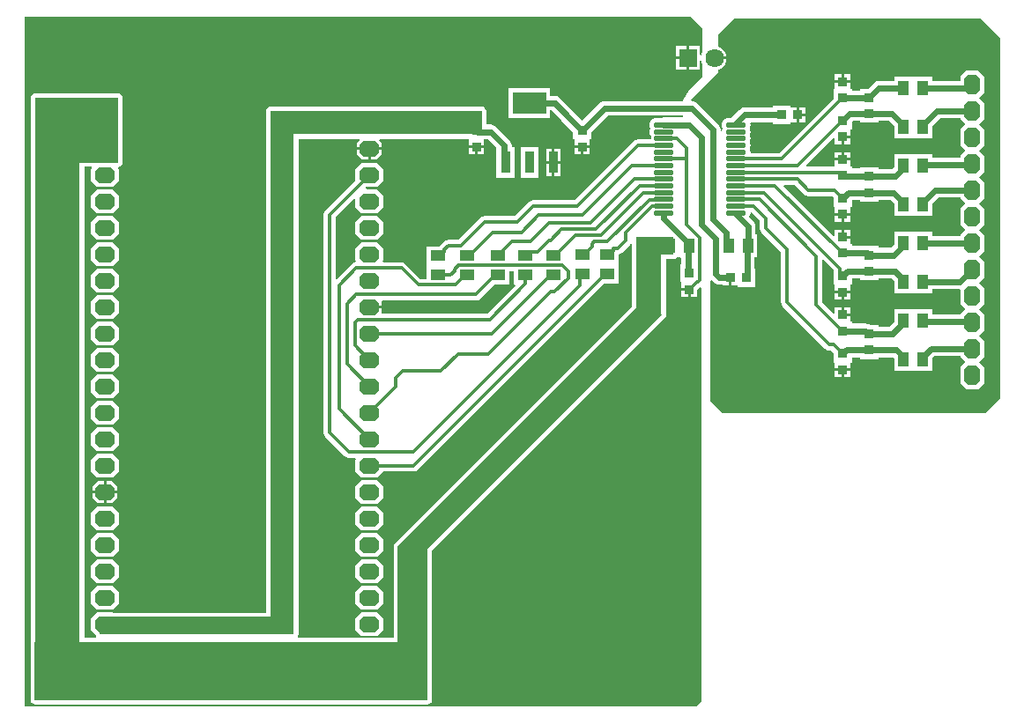
<source format=gtl>
G04*
G04 #@! TF.GenerationSoftware,Altium Limited,Altium Designer,20.0.13 (296)*
G04*
G04 Layer_Physical_Order=1*
G04 Layer_Color=255*
%FSLAX25Y25*%
%MOIN*%
G70*
G01*
G75*
%ADD14R,0.05591X0.03937*%
%ADD15R,0.03819X0.03622*%
%ADD16R,0.03937X0.05591*%
%ADD17R,0.03622X0.03819*%
%ADD18O,0.07677X0.01968*%
%ADD19R,0.03543X0.08268*%
%ADD20R,0.12598X0.08268*%
%ADD34C,0.01260*%
%ADD35C,0.01181*%
%ADD36C,0.02362*%
%ADD37R,0.80000X0.09000*%
%ADD38R,0.14000X0.07000*%
%ADD39R,0.11181X0.44561*%
G04:AMPARAMS|DCode=40|XSize=1326.67mil|YSize=85mil|CornerRadius=0mil|HoleSize=0mil|Usage=FLASHONLY|Rotation=45.000|XOffset=0mil|YOffset=0mil|HoleType=Round|Shape=Rectangle|*
%AMROTATEDRECTD40*
4,1,4,-0.43900,-0.49910,-0.49910,-0.43900,0.43900,0.49910,0.49910,0.43900,-0.43900,-0.49910,0.0*
%
%ADD40ROTATEDRECTD40*%

%ADD41R,0.09500X0.29500*%
%ADD42R,1.48500X0.22000*%
%ADD43R,0.17000X2.14500*%
%ADD44R,0.24000X0.24500*%
%ADD45R,0.73500X0.06500*%
%ADD46R,0.09000X1.98000*%
%ADD47C,0.06000*%
%ADD48C,0.07028*%
%ADD49R,0.07028X0.07028*%
%ADD50R,0.06142X0.06142*%
G04:AMPARAMS|DCode=51|XSize=74.8mil|YSize=61.42mil|CornerRadius=0mil|HoleSize=0mil|Usage=FLASHONLY|Rotation=0.000|XOffset=0mil|YOffset=0mil|HoleType=Round|Shape=Octagon|*
%AMOCTAGOND51*
4,1,8,0.03740,-0.01535,0.03740,0.01535,0.02205,0.03071,-0.02205,0.03071,-0.03740,0.01535,-0.03740,-0.01535,-0.02205,-0.03071,0.02205,-0.03071,0.03740,-0.01535,0.0*
%
%ADD51OCTAGOND51*%

G04:AMPARAMS|DCode=52|XSize=74.8mil|YSize=59.06mil|CornerRadius=0mil|HoleSize=0mil|Usage=FLASHONLY|Rotation=90.000|XOffset=0mil|YOffset=0mil|HoleType=Round|Shape=Octagon|*
%AMOCTAGOND52*
4,1,8,0.01476,0.03740,-0.01476,0.03740,-0.02953,0.02264,-0.02953,-0.02264,-0.01476,-0.03740,0.01476,-0.03740,0.02953,-0.02264,0.02953,0.02264,0.01476,0.03740,0.0*
%
%ADD52OCTAGOND52*%

G36*
X262000Y260000D02*
Y251433D01*
X261542Y250328D01*
X261514Y250111D01*
X261014Y250144D01*
Y253514D01*
X257000D01*
Y249000D01*
Y244486D01*
X261014D01*
Y247856D01*
X261514Y247889D01*
X261542Y247672D01*
X262000Y246567D01*
Y242000D01*
X257000Y237000D01*
X254500Y233000D01*
Y232780D01*
X225047D01*
X224328Y232685D01*
X223657Y232407D01*
X223082Y231965D01*
X216500Y225384D01*
X213231Y228653D01*
X212907Y229076D01*
X208076Y233906D01*
X207500Y234348D01*
X206830Y234626D01*
X206110Y234720D01*
X204374D01*
Y237649D01*
X188626D01*
Y226232D01*
X204374D01*
Y229161D01*
X204959D01*
X208651Y225469D01*
X208976Y225046D01*
X213016Y221006D01*
Y218165D01*
X213591D01*
Y215949D01*
X216500D01*
X219409D01*
Y218165D01*
X219984D01*
Y221006D01*
X226199Y227220D01*
X254500D01*
Y226473D01*
X247319D01*
X246600Y226378D01*
X246349Y226274D01*
X244465D01*
X243796Y226186D01*
X243174Y225928D01*
X242639Y225518D01*
X242229Y224984D01*
X241971Y224361D01*
X241883Y223693D01*
X241971Y223025D01*
X242225Y222413D01*
X241971Y221802D01*
X241883Y221134D01*
X241971Y220466D01*
X242229Y219843D01*
X242601Y219358D01*
X242596Y219349D01*
X242442Y218575D01*
X242186Y218264D01*
X237516D01*
X236655Y218092D01*
X235926Y217605D01*
X213569Y195248D01*
X198000D01*
X197140Y195077D01*
X196411Y194589D01*
X191069Y189248D01*
X179500D01*
X178640Y189077D01*
X177910Y188590D01*
X169561Y180240D01*
X165811D01*
X164951Y180069D01*
X164222Y179582D01*
X162714Y178074D01*
X162480Y177724D01*
X157630D01*
Y170638D01*
X157630D01*
Y170362D01*
X157630D01*
Y165468D01*
X155383D01*
X149766Y171086D01*
X149036Y171573D01*
X148176Y171744D01*
X141240D01*
X141048Y172206D01*
X141315Y172473D01*
Y177118D01*
X138992Y179441D01*
X133008D01*
X130685Y177118D01*
Y172473D01*
X130929Y172228D01*
X130754Y171696D01*
X130136Y171573D01*
X129407Y171086D01*
X123710Y165389D01*
X123248Y165580D01*
Y188864D01*
X130223Y195839D01*
X130685Y195648D01*
Y192473D01*
X133008Y190150D01*
X138992D01*
X141315Y192473D01*
Y197118D01*
X138992Y199441D01*
X134778D01*
X134532Y199941D01*
X134693Y200150D01*
X138992D01*
X141315Y202472D01*
Y207118D01*
X138992Y209441D01*
X133008D01*
X130685Y207118D01*
Y202659D01*
X119411Y191385D01*
X118923Y190656D01*
X118752Y189795D01*
Y107238D01*
X118923Y106378D01*
X119411Y105649D01*
X126648Y98410D01*
X127378Y97923D01*
X128238Y97752D01*
X130666D01*
X130857Y97290D01*
X130685Y97118D01*
Y92472D01*
X133008Y90150D01*
X138992D01*
X141315Y92472D01*
Y92547D01*
X152650D01*
X153510Y92718D01*
X154239Y93206D01*
X224809Y163776D01*
X230370D01*
Y170862D01*
X230370D01*
Y171138D01*
X230370D01*
Y174734D01*
X230746Y174809D01*
X231475Y175296D01*
X234590Y178410D01*
X234894Y178867D01*
X235394Y178715D01*
Y174500D01*
Y154908D01*
X145683Y65197D01*
X145335Y64676D01*
X145213Y64061D01*
X145213Y64061D01*
Y29606D01*
X109064D01*
X108796Y30106D01*
X108983Y30386D01*
X109106Y31000D01*
Y37500D01*
Y218394D01*
X132170D01*
X132362Y217932D01*
X131260Y216831D01*
Y215295D01*
X140740D01*
Y216831D01*
X139638Y217932D01*
X139830Y218394D01*
X173016D01*
Y218165D01*
X173591D01*
Y215949D01*
X176500D01*
X179409D01*
Y218165D01*
X179984D01*
Y218268D01*
X180801D01*
X184098Y214971D01*
Y203791D01*
X190791D01*
Y215209D01*
X189780D01*
Y216000D01*
X189685Y216719D01*
X189407Y217390D01*
X188965Y217966D01*
X183918Y223013D01*
X183343Y223454D01*
X182672Y223732D01*
X181953Y223827D01*
X180106D01*
Y229000D01*
X179983Y229614D01*
X179635Y230135D01*
X179114Y230483D01*
X178500Y230606D01*
X98500D01*
X97886Y230483D01*
X97365Y230135D01*
X97017Y229614D01*
X96894Y229000D01*
Y220000D01*
Y39106D01*
X39327D01*
X38992Y39441D01*
X33008D01*
X30685Y37118D01*
Y32472D01*
X32453Y30704D01*
X32517Y30386D01*
X32704Y30106D01*
X32436Y29606D01*
X28106D01*
Y207894D01*
X30808D01*
X30999Y207432D01*
X30685Y207118D01*
Y202472D01*
X33008Y200150D01*
X38992D01*
X41315Y202472D01*
Y207118D01*
X41012Y207421D01*
X41205Y207935D01*
X41614Y208017D01*
X42135Y208365D01*
X42483Y208886D01*
X42606Y209500D01*
Y234000D01*
X42483Y234614D01*
X42135Y235135D01*
X41614Y235483D01*
X41000Y235606D01*
X9500D01*
X8885Y235483D01*
X8365Y235135D01*
X8017Y234614D01*
X7894Y234000D01*
Y28000D01*
Y19500D01*
Y6000D01*
X8017Y5385D01*
X8365Y4865D01*
X8885Y4517D01*
X9500Y4394D01*
X158000D01*
X158615Y4517D01*
X159135Y4865D01*
X159483Y5385D01*
X159606Y6000D01*
Y28000D01*
Y62557D01*
X247775Y150725D01*
X248123Y151247D01*
X248245Y151861D01*
X248123Y152475D01*
X248106Y152501D01*
Y172894D01*
X251000D01*
X251614Y173017D01*
X252135Y173365D01*
X252284Y173587D01*
X253008D01*
X253008Y173587D01*
X253284D01*
Y173587D01*
X253448Y173587D01*
X253948Y173441D01*
Y170937D01*
X253516D01*
Y164165D01*
X254090D01*
Y161949D01*
X257000D01*
Y161449D01*
X257500D01*
Y158638D01*
X259910D01*
Y161138D01*
X261000Y162228D01*
X261163Y162204D01*
X261500Y161976D01*
Y5500D01*
X259500Y3500D01*
X5500Y3500D01*
Y264500D01*
X257500D01*
X262000Y260000D01*
D02*
G37*
G36*
X359472Y225949D02*
X361421Y224000D01*
X359472Y222051D01*
Y215949D01*
X361421Y214000D01*
X359472Y212051D01*
Y211387D01*
X348905D01*
Y212584D01*
X342043D01*
X341681Y212584D01*
X341319Y212584D01*
X334457D01*
Y207775D01*
X333701Y207020D01*
X328484D01*
Y207626D01*
X321516D01*
Y207175D01*
X318484D01*
Y207936D01*
X317910D01*
Y210153D01*
X315000D01*
Y210653D01*
D01*
Y210153D01*
X312090D01*
Y207979D01*
X301304D01*
X301113Y208441D01*
X311629Y218957D01*
X312090Y218765D01*
Y216439D01*
X314500D01*
Y219250D01*
X315000D01*
Y219750D01*
X317910D01*
Y221966D01*
X318484D01*
Y224807D01*
X318847Y225169D01*
X321516D01*
Y224563D01*
X328484D01*
Y225169D01*
X332584D01*
X334457Y223296D01*
Y218487D01*
X341319D01*
X341681Y218487D01*
X342043Y218487D01*
X348905D01*
Y223296D01*
X351830Y226220D01*
X359472D01*
Y225949D01*
D02*
G37*
G36*
X300439Y197439D02*
X301155Y196960D01*
X302000Y196792D01*
X310941D01*
X311516Y196217D01*
Y192568D01*
X312090D01*
Y190351D01*
X315000D01*
X317910D01*
Y192568D01*
X318484D01*
Y195358D01*
X321516D01*
Y194752D01*
X328484D01*
Y195358D01*
X333109D01*
X334457Y194010D01*
Y189201D01*
X341319D01*
X341681Y189201D01*
X342043Y189201D01*
X348905D01*
Y194010D01*
X351115Y196220D01*
X359472D01*
Y195949D01*
X361421Y194000D01*
X359472Y192051D01*
Y185949D01*
X361421Y184000D01*
X359472Y182051D01*
Y181744D01*
X348905D01*
Y183299D01*
X342043D01*
X341681Y183299D01*
X341319Y183299D01*
X334457D01*
Y178489D01*
X333176Y177209D01*
X328484D01*
Y177815D01*
X324951D01*
X324898Y177837D01*
X324179Y177932D01*
X318484D01*
Y178538D01*
X317910D01*
Y180754D01*
X315000D01*
Y181254D01*
X314500D01*
Y184065D01*
X312090D01*
Y181739D01*
X311629Y181547D01*
X292641Y200535D01*
X292832Y200997D01*
X296881D01*
X300439Y197439D01*
D02*
G37*
G36*
X190630Y163276D02*
X190943D01*
X191135Y162814D01*
X180663Y152342D01*
X140939D01*
X140740Y152771D01*
Y154295D01*
X136000D01*
Y155295D01*
X140740D01*
Y156831D01*
X140913Y157248D01*
X176350D01*
X177211Y157419D01*
X177940Y157907D01*
X183309Y163276D01*
X188870D01*
Y168335D01*
X190630D01*
Y163276D01*
D02*
G37*
G36*
X311516Y168862D02*
Y163170D01*
X312090D01*
Y160953D01*
X315000D01*
X317910D01*
Y163170D01*
X318484D01*
Y165548D01*
X321516D01*
Y164941D01*
X328484D01*
Y165548D01*
X333634D01*
X334457Y164725D01*
Y159916D01*
X341319D01*
X341681Y159916D01*
X342043Y159916D01*
X348905D01*
Y161506D01*
X359286D01*
X359472Y161342D01*
Y155949D01*
X361421Y154000D01*
X359522Y152101D01*
X348905D01*
Y154013D01*
X342043D01*
X341681Y154013D01*
X341319Y154013D01*
X334457D01*
Y149204D01*
X332651Y147398D01*
X328484D01*
Y148004D01*
X325360D01*
X325156Y148161D01*
X324486Y148439D01*
X323766Y148533D01*
X318484D01*
Y149140D01*
X317910D01*
Y151356D01*
X315000D01*
Y151856D01*
X314500D01*
Y154667D01*
X312090D01*
Y152340D01*
X311629Y152149D01*
X307208Y156570D01*
Y172517D01*
X307670Y172708D01*
X311516Y168862D01*
D02*
G37*
G36*
X374500Y256500D02*
Y120000D01*
X369000Y114500D01*
X269500D01*
X265000Y119000D01*
Y164746D01*
X265500Y164953D01*
X266418Y164034D01*
X266994Y163593D01*
X267664Y163315D01*
X268384Y163220D01*
X269667D01*
Y162936D01*
X271978D01*
Y165846D01*
X272978D01*
Y162936D01*
X275195D01*
Y162361D01*
X281966D01*
Y169330D01*
X281675D01*
Y173630D01*
X282754D01*
Y182370D01*
X281990D01*
Y185290D01*
X281895Y186009D01*
X281618Y186679D01*
X281176Y187255D01*
X279565Y188866D01*
X279771Y189135D01*
X280029Y189757D01*
X280117Y190425D01*
X280174Y190491D01*
X280757Y190536D01*
X283750Y187543D01*
Y184562D01*
X283918Y183717D01*
X284397Y183001D01*
X291635Y175762D01*
Y156657D01*
X291803Y155812D01*
X292282Y155096D01*
X308439Y138939D01*
X309155Y138460D01*
X310000Y138292D01*
X310644D01*
X311516Y137421D01*
Y133771D01*
X312090D01*
Y131555D01*
X315000D01*
X317910D01*
Y133771D01*
X318484D01*
Y135737D01*
X321516D01*
Y135131D01*
X328484D01*
Y135737D01*
X334159D01*
X334457Y135439D01*
Y130630D01*
X341319D01*
X341681Y130630D01*
X342043Y130630D01*
X348905D01*
Y135439D01*
X349687Y136220D01*
X359472D01*
Y135949D01*
X361421Y134000D01*
X359472Y132051D01*
Y125949D01*
X361736Y123685D01*
X366264D01*
X368528Y125949D01*
Y132051D01*
X366579Y134000D01*
X368528Y135949D01*
Y142051D01*
X366579Y144000D01*
X368528Y145949D01*
Y152051D01*
X366579Y154000D01*
X368528Y155949D01*
Y162051D01*
X366579Y164000D01*
X368528Y165949D01*
Y172051D01*
X366579Y174000D01*
X368528Y175949D01*
Y182051D01*
X366579Y184000D01*
X368528Y185949D01*
Y192051D01*
X366579Y194000D01*
X368528Y195949D01*
Y202051D01*
X366579Y204000D01*
X368528Y205949D01*
Y212051D01*
X366579Y214000D01*
X368528Y215949D01*
Y222051D01*
X366579Y224000D01*
X368528Y225949D01*
Y232051D01*
X366579Y234000D01*
X368528Y235949D01*
Y242051D01*
X366264Y244315D01*
X361736D01*
X359472Y242051D01*
Y240280D01*
X348905D01*
Y241870D01*
X342043D01*
X341543Y241870D01*
X341319Y241870D01*
X334457D01*
Y240280D01*
X328547D01*
X327828Y240185D01*
X327157Y239907D01*
X326582Y239465D01*
X324553Y237437D01*
X321516D01*
Y236780D01*
X318484D01*
Y237335D01*
X317910D01*
Y239551D01*
X315000D01*
X312090D01*
Y237335D01*
X311516D01*
Y233685D01*
X290936Y213105D01*
X280425D01*
X280117Y213457D01*
X280029Y214125D01*
X279775Y214736D01*
X280029Y215348D01*
X280117Y216016D01*
X280029Y216684D01*
X279775Y217295D01*
X280029Y217907D01*
X280117Y218575D01*
X280029Y219243D01*
X279775Y219854D01*
X280029Y220466D01*
X280117Y221134D01*
X280029Y221802D01*
X279775Y222413D01*
X280029Y223025D01*
X280117Y223693D01*
X280047Y224220D01*
X280354Y224720D01*
X288563D01*
Y224016D01*
X295335D01*
Y224590D01*
X297551D01*
Y227500D01*
Y230410D01*
X295335D01*
Y230984D01*
X288563D01*
Y230280D01*
X277882D01*
X277162Y230185D01*
X276492Y229907D01*
X275916Y229466D01*
X272725Y226274D01*
X271827D01*
X271159Y226186D01*
X270536Y225928D01*
X270002Y225518D01*
X269591Y224984D01*
X269334Y224361D01*
X269246Y223693D01*
X269334Y223025D01*
X269587Y222413D01*
X269334Y221802D01*
X269280Y221392D01*
X268780Y221425D01*
Y222000D01*
X268685Y222719D01*
X268407Y223390D01*
X267966Y223966D01*
X259965Y231965D01*
X259390Y232407D01*
X258719Y232685D01*
X258000Y232780D01*
X257933D01*
X257742Y233242D01*
X268000Y243500D01*
Y244736D01*
X268776Y245057D01*
X269719Y245781D01*
X270443Y246724D01*
X270898Y247822D01*
X270987Y248500D01*
X266500D01*
Y249500D01*
X270987D01*
X270898Y250178D01*
X270443Y251276D01*
X269719Y252219D01*
X268776Y252943D01*
X268000Y253264D01*
Y258000D01*
X274000Y264000D01*
X367000D01*
X374500Y256500D01*
D02*
G37*
%LPC*%
G36*
X256000Y253514D02*
X251986D01*
Y249500D01*
X256000D01*
Y253514D01*
D02*
G37*
G36*
Y248500D02*
X251986D01*
Y244486D01*
X256000D01*
Y248500D01*
D02*
G37*
G36*
X219409Y214949D02*
X217000D01*
Y212638D01*
X219409D01*
Y214949D01*
D02*
G37*
G36*
X216000D02*
X213591D01*
Y212638D01*
X216000D01*
Y214949D01*
D02*
G37*
G36*
X179409D02*
X177000D01*
Y212638D01*
X179409D01*
Y214949D01*
D02*
G37*
G36*
X176000D02*
X173591D01*
Y212638D01*
X176000D01*
Y214949D01*
D02*
G37*
G36*
X140740Y214295D02*
X136500D01*
Y210724D01*
X138705D01*
X140740Y212760D01*
Y214295D01*
D02*
G37*
G36*
X135500D02*
X131260D01*
Y212760D01*
X133295Y210724D01*
X135500D01*
Y214295D01*
D02*
G37*
G36*
X208327Y214634D02*
X206055D01*
Y210000D01*
X208327D01*
Y214634D01*
D02*
G37*
G36*
X205055D02*
X202783D01*
Y210000D01*
X205055D01*
Y214634D01*
D02*
G37*
G36*
X208327Y209000D02*
X206055D01*
Y204366D01*
X208327D01*
Y209000D01*
D02*
G37*
G36*
X205055D02*
X202783D01*
Y204366D01*
X205055D01*
Y209000D01*
D02*
G37*
G36*
X199846Y215209D02*
X193154D01*
Y203791D01*
X199846D01*
Y215209D01*
D02*
G37*
G36*
X38992Y199441D02*
X33008D01*
X30685Y197118D01*
Y192473D01*
X33008Y190150D01*
X38992D01*
X41315Y192473D01*
Y197118D01*
X38992Y199441D01*
D02*
G37*
G36*
X138992Y189441D02*
X133008D01*
X130685Y187118D01*
Y182473D01*
X133008Y180150D01*
X138992D01*
X141315Y182473D01*
Y187118D01*
X138992Y189441D01*
D02*
G37*
G36*
X38992D02*
X33008D01*
X30685Y187118D01*
Y182473D01*
X33008Y180150D01*
X38992D01*
X41315Y182473D01*
Y187118D01*
X38992Y189441D01*
D02*
G37*
G36*
Y179441D02*
X33008D01*
X30685Y177118D01*
Y172473D01*
X33008Y170150D01*
X38992D01*
X41315Y172473D01*
Y177118D01*
X38992Y179441D01*
D02*
G37*
G36*
Y169441D02*
X33008D01*
X30685Y167118D01*
Y162472D01*
X33008Y160150D01*
X38992D01*
X41315Y162472D01*
Y167118D01*
X38992Y169441D01*
D02*
G37*
G36*
X256500Y160949D02*
X254090D01*
Y158638D01*
X256500D01*
Y160949D01*
D02*
G37*
G36*
X38992Y159441D02*
X33008D01*
X30685Y157118D01*
Y152472D01*
X33008Y150150D01*
X38992D01*
X41315Y152472D01*
Y157118D01*
X38992Y159441D01*
D02*
G37*
G36*
Y149441D02*
X33008D01*
X30685Y147118D01*
Y142473D01*
X33008Y140150D01*
X38992D01*
X41315Y142473D01*
Y147118D01*
X38992Y149441D01*
D02*
G37*
G36*
Y139441D02*
X33008D01*
X30685Y137118D01*
Y132473D01*
X33008Y130150D01*
X38992D01*
X41315Y132473D01*
Y137118D01*
X38992Y139441D01*
D02*
G37*
G36*
Y129441D02*
X33008D01*
X30685Y127118D01*
Y122473D01*
X33008Y120150D01*
X38992D01*
X41315Y122473D01*
Y127118D01*
X38992Y129441D01*
D02*
G37*
G36*
Y119441D02*
X33008D01*
X30685Y117118D01*
Y112472D01*
X33008Y110150D01*
X38992D01*
X41315Y112472D01*
Y117118D01*
X38992Y119441D01*
D02*
G37*
G36*
Y109441D02*
X33008D01*
X30685Y107118D01*
Y102472D01*
X33008Y100150D01*
X38992D01*
X41315Y102472D01*
Y107118D01*
X38992Y109441D01*
D02*
G37*
G36*
Y99441D02*
X33008D01*
X30685Y97118D01*
Y92472D01*
X33008Y90150D01*
X38992D01*
X41315Y92472D01*
Y97118D01*
X38992Y99441D01*
D02*
G37*
G36*
X38705Y88866D02*
X36500D01*
Y85295D01*
X40740D01*
Y86831D01*
X38705Y88866D01*
D02*
G37*
G36*
X35500D02*
X33295D01*
X31260Y86831D01*
Y85295D01*
X35500D01*
Y88866D01*
D02*
G37*
G36*
X40740Y84295D02*
X36500D01*
Y80724D01*
X38705D01*
X40740Y82760D01*
Y84295D01*
D02*
G37*
G36*
X35500D02*
X31260D01*
Y82760D01*
X33295Y80724D01*
X35500D01*
Y84295D01*
D02*
G37*
G36*
X138992Y89441D02*
X133008D01*
X130685Y87118D01*
Y82472D01*
X133008Y80150D01*
X138992D01*
X141315Y82472D01*
Y87118D01*
X138992Y89441D01*
D02*
G37*
G36*
Y79441D02*
X133008D01*
X130685Y77118D01*
Y72473D01*
X133008Y70150D01*
X138992D01*
X141315Y72473D01*
Y77118D01*
X138992Y79441D01*
D02*
G37*
G36*
X38992D02*
X33008D01*
X30685Y77118D01*
Y72473D01*
X33008Y70150D01*
X38992D01*
X41315Y72473D01*
Y77118D01*
X38992Y79441D01*
D02*
G37*
G36*
X138992Y69441D02*
X133008D01*
X130685Y67118D01*
Y62472D01*
X133008Y60150D01*
X138992D01*
X141315Y62472D01*
Y67118D01*
X138992Y69441D01*
D02*
G37*
G36*
X38992D02*
X33008D01*
X30685Y67118D01*
Y62472D01*
X33008Y60150D01*
X38992D01*
X41315Y62472D01*
Y67118D01*
X38992Y69441D01*
D02*
G37*
G36*
X138992Y59441D02*
X133008D01*
X130685Y57118D01*
Y52473D01*
X133008Y50150D01*
X138992D01*
X141315Y52473D01*
Y57118D01*
X138992Y59441D01*
D02*
G37*
G36*
X38992D02*
X33008D01*
X30685Y57118D01*
Y52473D01*
X33008Y50150D01*
X38992D01*
X41315Y52473D01*
Y57118D01*
X38992Y59441D01*
D02*
G37*
G36*
X138992Y49441D02*
X133008D01*
X130685Y47118D01*
Y42472D01*
X133008Y40150D01*
X138992D01*
X141315Y42472D01*
Y47118D01*
X138992Y49441D01*
D02*
G37*
G36*
X38992D02*
X33008D01*
X30685Y47118D01*
Y42472D01*
X33008Y40150D01*
X38992D01*
X41315Y42472D01*
Y47118D01*
X38992Y49441D01*
D02*
G37*
G36*
X138992Y39441D02*
X133008D01*
X130685Y37118D01*
Y32472D01*
X133008Y30150D01*
X138992D01*
X141315Y32472D01*
Y37118D01*
X138992Y39441D01*
D02*
G37*
G36*
X317910Y218750D02*
X315500D01*
Y216439D01*
X317910D01*
Y218750D01*
D02*
G37*
G36*
Y213464D02*
X315500D01*
Y211153D01*
X317910D01*
Y213464D01*
D02*
G37*
G36*
X314500D02*
X312090D01*
Y211153D01*
X314500D01*
Y213464D01*
D02*
G37*
G36*
X317910Y189351D02*
X315500D01*
Y187040D01*
X317910D01*
Y189351D01*
D02*
G37*
G36*
X314500D02*
X312090D01*
Y187040D01*
X314500D01*
Y189351D01*
D02*
G37*
G36*
X317910Y184065D02*
X315500D01*
Y181755D01*
X317910D01*
Y184065D01*
D02*
G37*
G36*
Y159953D02*
X315500D01*
Y157642D01*
X317910D01*
Y159953D01*
D02*
G37*
G36*
X314500D02*
X312090D01*
Y157642D01*
X314500D01*
Y159953D01*
D02*
G37*
G36*
X317910Y154667D02*
X315500D01*
Y152356D01*
X317910D01*
Y154667D01*
D02*
G37*
G36*
Y242862D02*
X315500D01*
Y240551D01*
X317910D01*
Y242862D01*
D02*
G37*
G36*
X314500D02*
X312090D01*
Y240551D01*
X314500D01*
Y242862D01*
D02*
G37*
G36*
X300862Y230410D02*
X298551D01*
Y228000D01*
X300862D01*
Y230410D01*
D02*
G37*
G36*
Y227000D02*
X298551D01*
Y224590D01*
X300862D01*
Y227000D01*
D02*
G37*
G36*
X317910Y130555D02*
X315500D01*
Y128244D01*
X317910D01*
Y130555D01*
D02*
G37*
G36*
X314500D02*
X312090D01*
Y128244D01*
X314500D01*
Y130555D01*
D02*
G37*
%LPD*%
D14*
X195000Y174181D02*
D03*
Y166819D02*
D03*
X216500Y174681D02*
D03*
Y167319D02*
D03*
X226000Y167319D02*
D03*
Y174681D02*
D03*
X205500Y167000D02*
D03*
Y174362D02*
D03*
X184500Y166819D02*
D03*
Y174181D02*
D03*
X173000Y166819D02*
D03*
X173000Y174181D02*
D03*
X162000Y166819D02*
D03*
Y174181D02*
D03*
D15*
X325000Y227949D02*
D03*
Y234051D02*
D03*
Y198138D02*
D03*
Y204240D02*
D03*
Y168327D02*
D03*
Y174430D02*
D03*
Y138516D02*
D03*
Y144619D02*
D03*
X315000Y175152D02*
D03*
Y181254D02*
D03*
Y166555D02*
D03*
Y160453D02*
D03*
Y145754D02*
D03*
Y151856D02*
D03*
Y137157D02*
D03*
Y131055D02*
D03*
X257000Y161449D02*
D03*
Y167551D02*
D03*
X315000Y233949D02*
D03*
Y240051D02*
D03*
Y225352D02*
D03*
Y219250D02*
D03*
Y204551D02*
D03*
Y210653D02*
D03*
Y195954D02*
D03*
Y189851D02*
D03*
X216500Y221551D02*
D03*
Y215449D02*
D03*
X176500Y221551D02*
D03*
Y215449D02*
D03*
D16*
X345362Y135000D02*
D03*
X338000D02*
D03*
X345362Y149643D02*
D03*
X338000D02*
D03*
X256827Y177957D02*
D03*
X249465D02*
D03*
X279210Y178000D02*
D03*
X271848D02*
D03*
X345362Y164286D02*
D03*
X338000D02*
D03*
X345362Y178928D02*
D03*
X338000D02*
D03*
X345362Y193571D02*
D03*
X338000D02*
D03*
X345362Y208214D02*
D03*
X338000D02*
D03*
X345362Y222857D02*
D03*
X338000D02*
D03*
X345362Y237500D02*
D03*
X338000Y237500D02*
D03*
D17*
X278580Y165846D02*
D03*
X272478D02*
D03*
X298051Y227500D02*
D03*
X291949D02*
D03*
D18*
X247319Y218575D02*
D03*
Y216016D02*
D03*
X247319Y213433D02*
D03*
Y210874D02*
D03*
X247319Y208315D02*
D03*
X247319Y205756D02*
D03*
X247319Y203197D02*
D03*
X247319Y200638D02*
D03*
X274681Y218575D02*
D03*
Y216016D02*
D03*
X274681Y213457D02*
D03*
X274681Y210898D02*
D03*
X274681Y208339D02*
D03*
X274681Y205780D02*
D03*
X274681Y203221D02*
D03*
X274681Y200661D02*
D03*
X274681Y198102D02*
D03*
X274681Y195543D02*
D03*
X274681Y192984D02*
D03*
Y190425D02*
D03*
X274681Y223693D02*
D03*
Y221134D02*
D03*
X247319Y223693D02*
D03*
Y221134D02*
D03*
Y198079D02*
D03*
X247319Y195520D02*
D03*
X247319Y192961D02*
D03*
X247319Y190401D02*
D03*
D19*
X187445Y209500D02*
D03*
X196500Y209500D02*
D03*
X205555Y209500D02*
D03*
D20*
X196500Y231941D02*
D03*
D34*
X128238Y100000D02*
X152500D01*
X215500Y163000D01*
Y166319D02*
X216500Y167319D01*
X215500Y163000D02*
Y166319D01*
X204500Y160500D02*
X206069D01*
X211263Y165694D01*
Y168306D01*
X136295Y144500D02*
X182173D01*
X136000Y144795D02*
X136295Y144500D01*
X182173D02*
X204673Y167000D01*
X127500Y133295D02*
X136000Y124795D01*
X127500Y156000D02*
X130996Y159496D01*
X127500Y133295D02*
Y156000D01*
X130500Y140295D02*
Y149000D01*
X131595Y150094D02*
X181595D01*
X130500Y149000D02*
X131595Y150094D01*
X130500Y140295D02*
X136000Y134795D01*
X130996Y159496D02*
X176350D01*
X124500Y116295D02*
X136000Y104795D01*
X124500Y116295D02*
Y163000D01*
X130996Y169496D01*
X148176D01*
X181000Y137000D02*
X204500Y160500D01*
X145967Y127967D02*
X148500Y130500D01*
X169500Y137000D02*
X181000D01*
X148500Y130500D02*
X163000D01*
X169500Y137000D01*
X145967Y124762D02*
Y127967D01*
X208970Y170598D02*
X211263Y168306D01*
X121000Y189795D02*
X136000Y204795D01*
X121000Y107238D02*
Y189795D01*
Y107238D02*
X128238Y100000D01*
X225173Y167319D02*
X226000D01*
X152650Y94795D02*
X225173Y167319D01*
X136000Y94795D02*
X152650D01*
X136000Y114795D02*
X145967Y124762D01*
X168107Y168995D02*
X169695Y170583D01*
X162000Y166819D02*
X166685D01*
X168107Y168241D01*
X169695Y170583D02*
X198470D01*
X168107Y168241D02*
Y168995D01*
X198470Y170583D02*
X198486Y170598D01*
X183673Y166819D02*
X184500D01*
X176350Y159496D02*
X183673Y166819D01*
X198486Y170598D02*
X208970D01*
X195000Y163500D02*
Y166819D01*
X181595Y150094D02*
X195000Y163500D01*
X154452Y163221D02*
X168575D01*
X148176Y169496D02*
X154452Y163221D01*
X172173Y166819D02*
X173000D01*
X168575Y163221D02*
X172173Y166819D01*
X204673Y167000D02*
X205500D01*
X226000Y179500D02*
X241869Y195369D01*
X242961Y192961D02*
X247319D01*
X229886Y176886D02*
X233000Y180000D01*
X228205Y176886D02*
X229886D01*
X233000Y180000D02*
Y183000D01*
X242961Y192961D01*
X195413Y174594D02*
X196378Y175559D01*
X195000Y174181D02*
X195413Y174594D01*
X198000Y193000D02*
X214500D01*
X192000Y187000D02*
X198000Y193000D01*
X214500D02*
X237516Y216016D01*
X197000Y179500D02*
X204000Y186500D01*
X219500D02*
X236197Y203197D01*
X204000Y186500D02*
X219500D01*
X220165Y177519D02*
Y178665D01*
X223500Y182000D02*
X239579Y198079D01*
X204500Y180000D02*
X208681Y184181D01*
X217327Y174681D02*
X220165Y177519D01*
X208681Y184181D02*
X221681D01*
X206327Y174362D02*
X213965Y182000D01*
X223500D01*
X220165Y178665D02*
X221000Y179500D01*
X226000D01*
X165811Y177992D02*
X170492D01*
X164303Y176484D02*
X165811Y177992D01*
X179500Y187000D02*
X192000D01*
X170492Y177992D02*
X179500Y187000D01*
X237516Y216016D02*
X247319D01*
X173841Y174341D02*
X182500Y183000D01*
X193500D01*
X186705Y176386D02*
X189819Y179500D01*
X197000D01*
X184500Y174181D02*
X185327D01*
X186705Y175559D02*
Y176386D01*
X185327Y174181D02*
X186705Y175559D01*
X193500Y183000D02*
X200000Y189500D01*
X216500D01*
X235315Y208315D02*
X247319D01*
X216500Y189500D02*
X235315Y208315D01*
X236197Y203197D02*
X247319D01*
X196378Y175559D02*
X199567D01*
X205500Y174362D02*
X206327D01*
X199567Y175559D02*
X204008Y180000D01*
X204500D01*
X221681Y184181D02*
X238138Y200638D01*
X247319D01*
X239579Y198079D02*
X247319D01*
X241869Y195369D02*
X247168D01*
X247319Y195520D01*
X216500Y174681D02*
X217327D01*
X228205Y176059D02*
Y176886D01*
X226827Y174681D02*
X228205Y176059D01*
X226000Y174681D02*
X226827D01*
X162000Y174181D02*
X162827D01*
X164303Y175657D01*
Y176484D01*
X173000Y174181D02*
X173827D01*
D35*
X260308Y164340D02*
X261000Y165032D01*
X256000Y186000D02*
X261000Y181000D01*
X259989Y164340D02*
X260308D01*
X261000Y165032D02*
Y181000D01*
X257098Y161449D02*
X259989Y164340D01*
X256000Y211000D02*
Y215000D01*
X247319Y218575D02*
X252425D01*
X256000Y215000D01*
Y186000D02*
Y211000D01*
X247319Y210874D02*
X255874D01*
X256000Y211000D01*
X257000Y161449D02*
X257098D01*
X277937Y203205D02*
X297795D01*
X302000Y199000D02*
X311855D01*
X297795Y203205D02*
X302000Y199000D01*
X311855D02*
X314902Y195954D01*
X281431Y192984D02*
X285958Y188458D01*
X274681Y192984D02*
X281431D01*
X283457Y195543D02*
X305000Y174000D01*
X277820Y195543D02*
X283457D01*
X305000Y155655D02*
Y174000D01*
X277937Y198087D02*
X285413D01*
X314054Y167501D02*
X315000Y166555D01*
X314054Y167501D02*
Y169446D01*
X285413Y198087D02*
X314054Y169446D01*
X285958Y184562D02*
Y188458D01*
Y184562D02*
X293843Y176677D01*
X315000Y137157D02*
X315098D01*
X314902D02*
X315000D01*
X311559Y140500D02*
X314902Y137157D01*
X310000Y140500D02*
X311559D01*
X293843Y156657D02*
Y176677D01*
Y156657D02*
X310000Y140500D01*
X305000Y155655D02*
X314902Y145754D01*
X315000D01*
X314902Y175152D02*
X315000D01*
X289392Y200661D02*
X314902Y175152D01*
X277820Y200661D02*
X289392D01*
X314902Y195954D02*
X315000D01*
X313779Y205771D02*
X315000Y204551D01*
X295794Y205771D02*
X313779D01*
X295786Y205780D02*
X295794Y205771D01*
X277820Y205780D02*
X295786D01*
X297888Y208339D02*
X314902Y225352D01*
X274681Y208339D02*
X297888D01*
X315000Y225352D02*
X315098D01*
X314902D02*
X315000D01*
X314902Y233949D02*
X315000D01*
X291850Y210898D02*
X314902Y233949D01*
X277820Y210898D02*
X291850D01*
D36*
X187000Y209945D02*
X187445Y209500D01*
X187000Y209945D02*
Y216000D01*
X176500Y221551D02*
X177004Y221047D01*
X181953D01*
X187000Y216000D01*
X216402Y221551D02*
X216500D01*
X210941Y227012D02*
X216402Y221551D01*
X210941Y227012D02*
Y227110D01*
X206110Y231941D02*
X210941Y227110D01*
X196500Y231941D02*
X206110D01*
X216500Y221551D02*
X216598D01*
X225047Y230000D01*
X258000D01*
X266000Y188000D02*
Y222000D01*
X258000Y230000D02*
X266000Y222000D01*
X247319Y223693D02*
X256807D01*
X261500Y219000D01*
Y186000D02*
Y219000D01*
Y186000D02*
X267000Y180500D01*
Y167384D02*
Y180500D01*
X271061Y179614D02*
X271848Y178827D01*
X271061Y179614D02*
Y182939D01*
X266000Y188000D02*
X271061Y182939D01*
X272323Y166000D02*
X272478Y165846D01*
X268384Y166000D02*
X272323D01*
X267000Y167384D02*
X268384Y166000D01*
X271848Y178000D02*
Y178827D01*
X256827Y177957D02*
Y178784D01*
X247319Y188292D02*
X256827Y178784D01*
X247319Y188292D02*
Y189795D01*
X256728Y177857D02*
X256827Y177957D01*
X256728Y167585D02*
Y177857D01*
X315098Y166555D02*
X316870Y168327D01*
X278580Y165846D02*
X278895Y166160D01*
Y177685D01*
X279210Y178000D01*
Y185290D01*
X274681Y189819D02*
X279210Y185290D01*
X277882Y227500D02*
X291949D01*
X274681Y224299D02*
X277882Y227500D01*
X348535Y139000D02*
X364000D01*
X345362Y135827D02*
X348535Y139000D01*
X345362Y135000D02*
Y135827D01*
Y149643D02*
X345684Y149321D01*
X363679D01*
X364000Y149000D01*
X359286Y164286D02*
X364000Y169000D01*
X345362Y164286D02*
X359286D01*
X345362Y178928D02*
X345398Y178964D01*
X363964D01*
X364000Y179000D01*
X349964Y199000D02*
X364000D01*
X345362Y194398D02*
X349964Y199000D01*
X345362Y193571D02*
Y194398D01*
Y208214D02*
X345755Y208607D01*
X363607D01*
X364000Y209000D01*
X350678Y229000D02*
X364000D01*
X345362Y223684D02*
X350678Y229000D01*
X345362Y222857D02*
Y223684D01*
Y237500D02*
X361541D01*
X363041Y239000D01*
X364000D01*
X325000Y234051D02*
X325098D01*
X328547Y237500D01*
X338000D01*
X325000Y227949D02*
X333735D01*
X338000Y223684D01*
Y222857D02*
Y223684D01*
X325000Y204240D02*
X334853D01*
X338000Y207387D01*
Y208214D01*
X325000Y198138D02*
X334260D01*
X338000Y194398D01*
Y193571D02*
Y194398D01*
X325000Y174430D02*
X334328D01*
X338000Y178102D01*
Y178928D01*
X325000Y168327D02*
X334785D01*
X338000Y165112D01*
Y164286D02*
Y165112D01*
X325000Y144619D02*
X333803D01*
X338000Y148816D01*
Y149643D01*
X325000Y138516D02*
X335311D01*
X338000Y135827D01*
Y135000D02*
Y135827D01*
X316458Y138516D02*
X325000D01*
X315098Y137157D02*
X316458Y138516D01*
X315000Y145754D02*
X323766D01*
X316870Y168327D02*
X325000D01*
X315000Y166555D02*
X315098D01*
X315000Y175152D02*
X324179D01*
X324902Y174430D01*
X325000D01*
X317283Y198138D02*
X325000D01*
X315098Y195954D02*
X317283Y198138D01*
X315000Y195954D02*
X315098D01*
X315000Y204551D02*
X315155Y204395D01*
X324845D01*
X325000Y204240D01*
X317695Y227949D02*
X325000D01*
X315098Y225352D02*
X317695Y227949D01*
X315000Y233949D02*
X315051Y234000D01*
X324949D01*
X325000Y234051D01*
D37*
X138500Y224500D02*
D03*
D38*
X244000Y178000D02*
D03*
D39*
X152409Y41781D02*
D03*
D40*
X196729Y107961D02*
D03*
D41*
X241750Y166750D02*
D03*
D42*
X83750Y17000D02*
D03*
D43*
X18000Y126750D02*
D03*
D44*
X29000Y221750D02*
D03*
D45*
X70750Y34250D02*
D03*
D46*
X103000Y130000D02*
D03*
D47*
X249500Y13000D02*
D03*
X291000Y255500D02*
D03*
X15000D02*
D03*
D48*
X266500Y249000D02*
D03*
D49*
X256500D02*
D03*
D50*
X36000Y214795D02*
D03*
D51*
Y204795D02*
D03*
Y34795D02*
D03*
Y194795D02*
D03*
Y184795D02*
D03*
Y174795D02*
D03*
Y164795D02*
D03*
Y154795D02*
D03*
Y144795D02*
D03*
Y134795D02*
D03*
Y124795D02*
D03*
Y114795D02*
D03*
Y104795D02*
D03*
Y94795D02*
D03*
Y84795D02*
D03*
Y74795D02*
D03*
Y64795D02*
D03*
Y54795D02*
D03*
Y44795D02*
D03*
X136000Y214795D02*
D03*
Y204795D02*
D03*
Y194795D02*
D03*
Y184795D02*
D03*
Y174795D02*
D03*
Y164795D02*
D03*
Y154795D02*
D03*
Y144795D02*
D03*
Y134795D02*
D03*
Y124795D02*
D03*
Y114795D02*
D03*
Y104795D02*
D03*
Y94795D02*
D03*
Y84795D02*
D03*
Y74795D02*
D03*
Y64795D02*
D03*
Y54795D02*
D03*
Y44795D02*
D03*
Y34795D02*
D03*
D52*
X364000Y239000D02*
D03*
Y229000D02*
D03*
Y219000D02*
D03*
Y209000D02*
D03*
Y199000D02*
D03*
Y189000D02*
D03*
Y179000D02*
D03*
Y169000D02*
D03*
Y159000D02*
D03*
Y149000D02*
D03*
Y139000D02*
D03*
Y129000D02*
D03*
M02*

</source>
